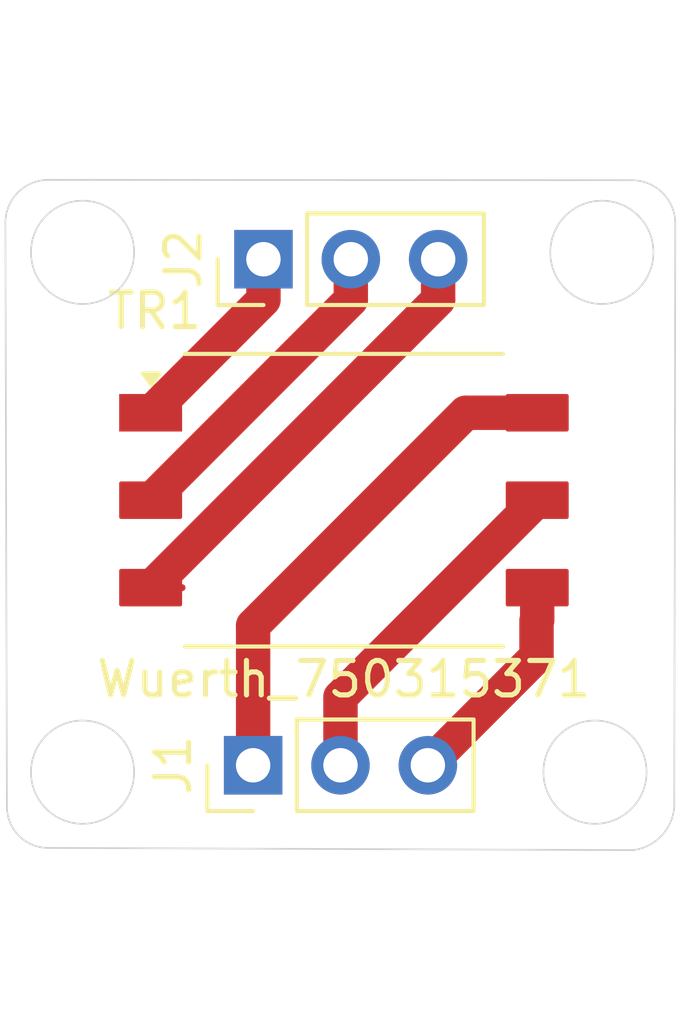
<source format=kicad_pcb>
(kicad_pcb (version 20240108) (generator "pcbnew") (generator_version "8.0")
  (layers (0 "F.Cu" signal) (31 "B.Cu" signal) (34 "B.Paste" user) (35 "F.Paste" user) (36 "B.SilkS" user "B.Silkscreen") (37 "F.SilkS" user "F.Silkscreen") (38 "B.Mask" user) (39 "F.Mask" user) (44 "Edge.Cuts" user))
  (net 0 "")
  (net 1 "Net-(J1-Pin_3)")
  (net 2 "Net-(J1-Pin_2)")
  (net 3 "Net-(J1-Pin_1)")
  (net 4 "Net-(J2-Pin_3)")
  (net 5 "Net-(J2-Pin_1)")
  (net 6 "Net-(J2-Pin_2)")
  (footprint "Connector_PinHeader_2.54mm:PinHeader_1x03_P2.54mm_Vertical" (layer "F.Cu") (at 133.76 82.6 90)
    (property "Reference" "J2" (at 0 -2.33 90) (layer "F.SilkS"))
    (property "Value" "Conn_01x03_Socket")
    (fp_line (start -1.33 -1.33) (end 0 -1.33) (stroke (width 0.12)) (layer "F.SilkS"))
    (fp_line (start -1.33 0) (end -1.33 -1.33) (stroke (width 0.12)) (layer "F.SilkS"))
    (fp_line (start 1.33 1.27) (end 1.33 6.41) (stroke (width 0.12)) (layer "F.SilkS"))
    (fp_line (start -1.33 1.27) (end 1.33 1.27) (stroke (width 0.12)) (layer "F.SilkS"))
    (fp_line (start -1.33 1.27) (end -1.33 6.41) (stroke (width 0.12)) (layer "F.SilkS"))
    (fp_line (start -1.33 6.41) (end 1.33 6.41) (stroke (width 0.12)) (layer "F.SilkS"))
    (pad "1" thru_hole rect (at 0 0 90) (size 1.7 1.7) (drill 1) (layers "*.Cu" "*.Mask") (net 5 "Net-(J2-Pin_1)"))
    (pad "2" thru_hole oval (at 0 2.54 90) (size 1.7 1.7) (drill 1) (layers "*.Cu" "*.Mask") (net 6 "Net-(J2-Pin_2)"))
    (pad "3" thru_hole oval (at 0 5.08 90) (size 1.7 1.7) (drill 1) (layers "*.Cu" "*.Mask") (net 4 "Net-(J2-Pin_3)"))
  )
  (footprint "Transformer_SMD:Transformer_Wuerth_750315371" (layer "F.Cu") (at 136.1 89.6)
    (property "Reference" "TR1" (at -5.5 -5.5 0) (layer "F.SilkS"))
    (property "Value" "Wuerth_750315371" (at 0 5.2 0) (layer "F.SilkS"))
    (fp_line (start -4.625 -4.25) (end 4.625 -4.25) (stroke (width 0.12)) (layer "F.SilkS"))
    (fp_line (start 4.625 4.25) (end -4.625 4.25) (stroke (width 0.12)) (layer "F.SilkS"))
    (fp_poly (pts (xy -5.6 -3.35) (xy -5.84 -3.68) (xy -5.36 -3.68) (xy -5.6 -3.35)) (stroke (width 0.12)) (fill solid) (layer "F.SilkS"))
    (pad "1" smd rect (at -5.62 -2.54) (size 1.83 1.09) (layers "F.Cu" "F.Paste" "F.Mask") (net 5 "Net-(J2-Pin_1)"))
    (pad "2" smd roundrect (at -5.62 0) (size 1.83 1.09) (layers "F.Cu" "F.Paste" "F.Mask") (roundrect_rratio 0.05) (net 6 "Net-(J2-Pin_2)"))
    (pad "3" smd roundrect (at -5.62 2.54) (size 1.83 1.09) (layers "F.Cu" "F.Paste" "F.Mask") (roundrect_rratio 0.05) (net 4 "Net-(J2-Pin_3)"))
    (pad "4" smd roundrect (at 5.62 2.54) (size 1.83 1.09) (layers "F.Cu" "F.Paste" "F.Mask") (roundrect_rratio 0.05) (net 1 "Net-(J1-Pin_3)"))
    (pad "5" smd roundrect (at 5.62 0) (size 1.83 1.09) (layers "F.Cu" "F.Paste" "F.Mask") (roundrect_rratio 0.05) (net 2 "Net-(J1-Pin_2)"))
    (pad "6" smd roundrect (at 5.62 -2.54) (size 1.83 1.09) (layers "F.Cu" "F.Paste" "F.Mask") (roundrect_rratio 0.05) (net 3 "Net-(J1-Pin_1)"))
  )
  (footprint "Connector_PinHeader_2.54mm:PinHeader_1x03_P2.54mm_Vertical" (layer "F.Cu") (at 133.46 97.3 90)
    (property "Reference" "J1" (at 0 -2.33 90) (layer "F.SilkS"))
    (property "Value" "Conn_01x03_Socket")
    (fp_line (start -1.33 -1.33) (end 0 -1.33) (stroke (width 0.12)) (layer "F.SilkS"))
    (fp_line (start -1.33 0) (end -1.33 -1.33) (stroke (width 0.12)) (layer "F.SilkS"))
    (fp_line (start 1.33 1.27) (end 1.33 6.41) (stroke (width 0.12)) (layer "F.SilkS"))
    (fp_line (start -1.33 1.27) (end 1.33 1.27) (stroke (width 0.12)) (layer "F.SilkS"))
    (fp_line (start -1.33 1.27) (end -1.33 6.41) (stroke (width 0.12)) (layer "F.SilkS"))
    (fp_line (start -1.33 6.41) (end 1.33 6.41) (stroke (width 0.12)) (layer "F.SilkS"))
    (pad "1" thru_hole rect (at 0 0 90) (size 1.7 1.7) (drill 1) (layers "*.Cu" "*.Mask") (net 3 "Net-(J1-Pin_1)"))
    (pad "2" thru_hole oval (at 0 2.54 90) (size 1.7 1.7) (drill 1) (layers "*.Cu" "*.Mask") (net 2 "Net-(J1-Pin_2)"))
    (pad "3" thru_hole oval (at 0 5.08 90) (size 1.7 1.7) (drill 1) (layers "*.Cu" "*.Mask") (net 1 "Net-(J1-Pin_3)"))
  )
  (gr_arc (start 127.5 99.7) (mid 126.651472 99.348528) (end 126.3 98.5) (stroke (width 0.05)) (layer "Edge.Cuts"))
  (gr_line (start 126.3 98.5) (end 126.256802 81.543198) (stroke (width 0.05)) (layer "Edge.Cuts"))
  (gr_line (start 145.735537 81.567462) (end 145.70533 98.49467) (stroke (width 0.05)) (layer "Edge.Cuts"))
  (gr_line (start 144.507953 99.76487) (end 127.5 99.7) (stroke (width 0.05)) (layer "Edge.Cuts"))
  (gr_circle (center 128.5 82.4) (end 130 82.4) (stroke (width 0.05)) (fill none) (layer "Edge.Cuts"))
  (gr_circle (center 143.4 97.5) (end 144.9 97.5) (stroke (width 0.05)) (fill none) (layer "Edge.Cuts"))
  (gr_arc (start 144.49467 80.30533) (mid 145.373365 80.682486) (end 145.735537 81.567462) (stroke (width 0.05)) (layer "Edge.Cuts"))
  (gr_circle (center 128.5 97.5) (end 130 97.5) (stroke (width 0.05)) (fill none) (layer "Edge.Cuts"))
  (gr_arc (start 126.256802 81.543198) (mid 126.622487 80.660355) (end 127.50533 80.29467) (stroke (width 0.05)) (layer "Edge.Cuts"))
  (gr_circle (center 143.6 82.4) (end 145.1 82.4) (stroke (width 0.05)) (fill none) (layer "Edge.Cuts"))
  (gr_arc (start 145.70533 98.49467) (mid 145.335923 99.345906) (end 144.507953 99.76487) (stroke (width 0.05)) (layer "Edge.Cuts"))
  (gr_line (start 127.50533 80.29467) (end 144.49467 80.30533) (stroke (width 0.05)) (layer "Edge.Cuts"))
  (segment (start 138.54 97.3) (end 141.7 94.14) (width 1) (layer "F.Cu") (net 1))
  (segment (start 141.72 93.08) (end 141.72 92.14) (width 1) (layer "F.Cu") (net 1))
  (segment (start 141.7 93.1) (end 141.72 93.08) (width 1) (layer "F.Cu") (net 1))
  (segment (start 141.7 94.14) (end 141.7 93.1) (width 1) (layer "F.Cu") (net 1))
  (segment (start 141.72 89.6) (end 136 95.32) (width 1) (layer "F.Cu") (net 2))
  (segment (start 136 95.32) (end 136 97.3) (width 1) (layer "F.Cu") (net 2))
  (segment (start 133.46 93.24) (end 139.64 87.06) (width 1) (layer "F.Cu") (net 3))
  (segment (start 139.64 87.06) (end 141.72 87.06) (width 1) (layer "F.Cu") (net 3))
  (segment (start 133.46 97.3) (end 133.46 93.24) (width 1) (layer "F.Cu") (net 3))
  (segment (start 138.84 82.6) (end 138.84 83.78) (width 1) (layer "F.Cu") (net 4))
  (segment (start 138.84 83.78) (end 130.48 92.14) (width 1) (layer "F.Cu") (net 4))
  (segment (start 131.394999 92.14) (end 130.48 92.14) (width 0.2) (layer "F.Cu") (net 4))
  (segment (start 133.76 82.6) (end 133.76 83.78) (width 1) (layer "F.Cu") (net 5))
  (segment (start 133.76 83.78) (end 130.48 87.06) (width 1) (layer "F.Cu") (net 5))
  (segment (start 136.3 82.6) (end 136.3 83.78) (width 1) (layer "F.Cu") (net 6))
  (segment (start 136.3 83.78) (end 130.48 89.6) (width 1) (layer "F.Cu") (net 6))
)
</source>
